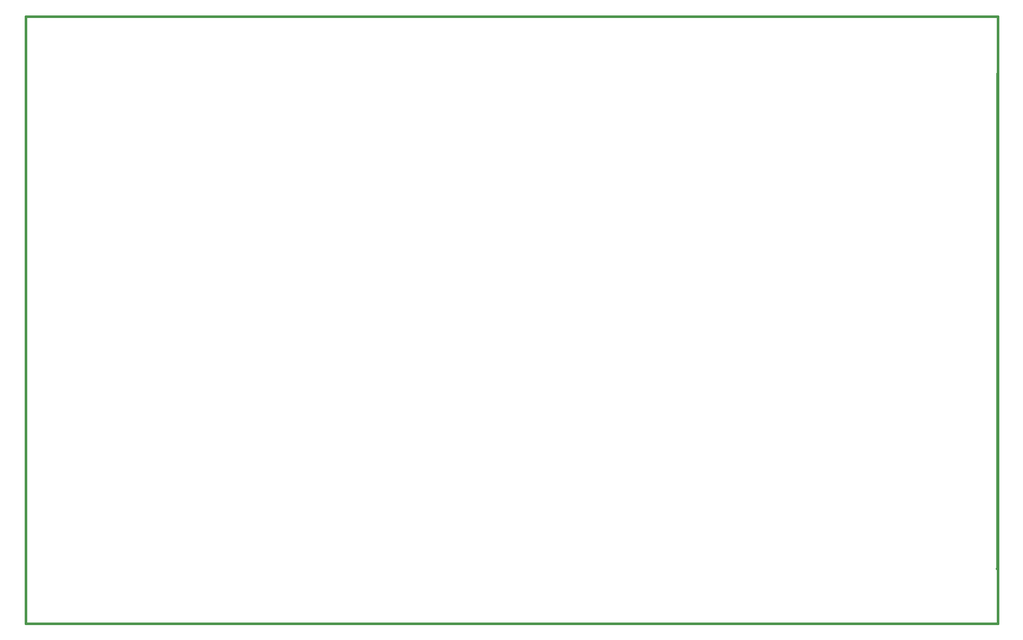
<source format=gm1>
G04 #@! TF.FileFunction,Profile,NP*
%FSLAX46Y46*%
G04 Gerber Fmt 4.6, Leading zero omitted, Abs format (unit mm)*
G04 Created by KiCad (PCBNEW 4.0.4+e1-6308~48~ubuntu15.10.1-stable) date Fri Nov 17 08:43:39 2017*
%MOMM*%
%LPD*%
G01*
G04 APERTURE LIST*
%ADD10C,0.150000*%
%ADD11C,0.381000*%
G04 APERTURE END LIST*
D10*
D11*
X62941200Y-45720000D02*
X222961200Y-45720000D01*
X62941200Y-145694400D02*
X62941200Y-45720000D01*
X222961200Y-145694400D02*
X62941200Y-145694400D01*
X222961200Y-45669200D02*
X222961200Y-145694400D01*
X222895160Y-136662160D02*
X222895160Y-55087520D01*
X222859600Y-136639300D02*
X222859600Y-136626600D01*
M02*

</source>
